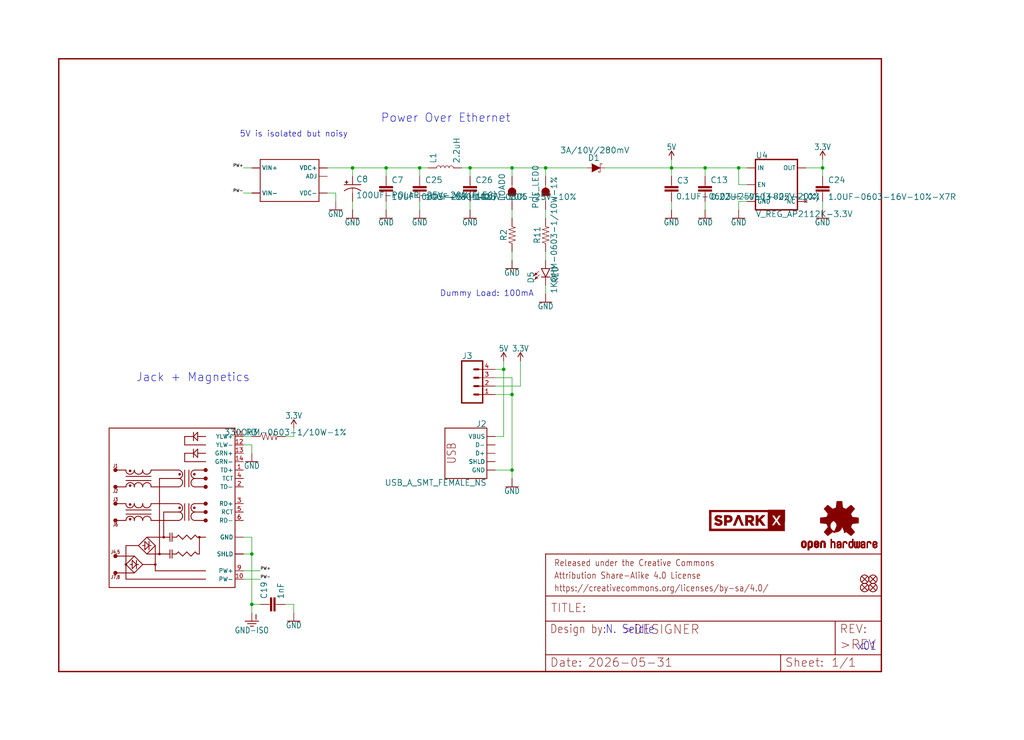
<source format=kicad_sch>
(kicad_sch (version 20230121) (generator eeschema)
  (paper "User" 309.855 223.926)
  (lib_symbols
    (symbol "working-eagle-import:0.1UF-0603-25V-(+80/-20%)"
      (property "Reference" "C" (at 1.524 2.921 0))
      (symbol "0.1UF-0603-25V-(+80/-20%)_1_0"
        (pin passive line (at 0 5.08 270) (length 2.54) (name "1") (number "1"))
        (pin passive line (at 0 -2.54 90) (length 2.54) (name "2") (number "2"))
      )
    )
    (symbol "working-eagle-import:0.22UF-0603-25V-10%"
      (property "Reference" "C" (at 1.524 2.921 0))
      (symbol "0.22UF-0603-25V-10%_1_0"
        (pin passive line (at 0 5.08 270) (length 2.54) (name "1") (number "1"))
        (pin passive line (at 0 -2.54 90) (length 2.54) (name "2") (number "2"))
      )
    )
    (symbol "working-eagle-import:1.0NF/1000PF-1206-2KV-10%"
      (property "Reference" "C" (at 1.524 2.921 0))
      (symbol "1.0NF/1000PF-1206-2KV-10%_1_0"
        (pin passive line (at 0 5.08 270) (length 2.54) (name "1") (number "1"))
        (pin passive line (at 0 -2.54 90) (length 2.54) (name "2") (number "2"))
      )
    )
    (symbol "working-eagle-import:1.0UF-0603-16V-10%-X7R"
      (property "Reference" "C" (at 1.524 2.921 0))
      (symbol "1.0UF-0603-16V-10%-X7R_1_0"
        (pin passive line (at 0 5.08 270) (length 2.54) (name "1") (number "1"))
        (pin passive line (at 0 -2.54 90) (length 2.54) (name "2") (number "2"))
      )
    )
    (symbol "working-eagle-import:100UF-POLAR-25V-20%(ELEC)"
      (property "Reference" "C" (at 1.016 0.635 0))
      (symbol "100UF-POLAR-25V-20%(ELEC)_1_0"
        (pin passive line (at 0 2.54 270) (length 2.54) (name "+") (number "+"))
        (pin passive line (at 0 -5.08 90) (length 2.54) (name "-") (number "-"))
      )
    )
    (symbol "working-eagle-import:10UF-0805-25V-10%"
      (property "Reference" "C" (at 1.524 2.921 0))
      (symbol "10UF-0805-25V-10%_1_0"
        (pin passive line (at 0 5.08 270) (length 2.54) (name "1") (number "1"))
        (pin passive line (at 0 -2.54 90) (length 2.54) (name "2") (number "2"))
      )
    )
    (symbol "working-eagle-import:1KOHM-0603-1/10W-1%"
      (property "Reference" "R" (at 0 1.524 0))
      (symbol "1KOHM-0603-1/10W-1%_1_0"
        (pin passive line (at -5.08 0 0) (length 2.54) (name "1") (number "1"))
        (pin passive line (at 5.08 0 180) (length 2.54) (name "2") (number "2"))
      )
    )
    (symbol "working-eagle-import:3.3V" (power)
      (property "Value" "3.3V" (at 0 2.794 0))
      (symbol "3.3V_1_0"
        (pin power_in line (at 0 0 90) (length 2.54) (name "3.3V") (number "1"))
      )
    )
    (symbol "working-eagle-import:330OHM-0603-1/10W-1%"
      (property "Reference" "R" (at 0 1.524 0))
      (symbol "330OHM-0603-1/10W-1%_1_0"
        (pin passive line (at -5.08 0 0) (length 2.54) (name "1") (number "1"))
        (pin passive line (at 5.08 0 180) (length 2.54) (name "2") (number "2"))
      )
    )
    (symbol "working-eagle-import:49.9OHM-1206-1/2W-1%"
      (property "Reference" "R" (at 0 1.524 0))
      (symbol "49.9OHM-1206-1/2W-1%_1_0"
        (pin passive line (at -5.08 0 0) (length 2.54) (name "1") (number "1"))
        (pin passive line (at 5.08 0 180) (length 2.54) (name "2") (number "2"))
      )
    )
    (symbol "working-eagle-import:5V" (power)
      (property "Value" "5V" (at 0 2.794 0))
      (symbol "5V_1_0"
        (pin power_in line (at 0 0 90) (length 2.54) (name "5V") (number "1"))
      )
    )
    (symbol "working-eagle-import:CONN_041X04_NO_SILK"
      (property "Reference" "J" (at -5.08 8.128 0))
      (symbol "CONN_041X04_NO_SILK_1_0"
        (pin passive line (at 5.08 -2.54 180) (length 5.08) (name "1") (number "1"))
        (pin passive line (at 5.08 0 180) (length 5.08) (name "2") (number "2"))
        (pin passive line (at 5.08 2.54 180) (length 5.08) (name "3") (number "3"))
        (pin passive line (at 5.08 5.08 180) (length 5.08) (name "4") (number "4"))
      )
    )
    (symbol "working-eagle-import:DIODE-SCHOTTKY-BAT60A"
      (property "Reference" "D" (at -2.54 2.032 0))
      (symbol "DIODE-SCHOTTKY-BAT60A_1_0"
        (pin passive line (at -2.54 0 0) (length 0) (name "A") (number "A"))
        (pin passive line (at 2.54 0 180) (length 0) (name "C") (number "C"))
      )
    )
    (symbol "working-eagle-import:FIDUCIALUFIDUCIAL")
    (symbol "working-eagle-import:FRAME-LETTER"
      (symbol "FRAME-LETTER_2_0"
        (text "${#}/${##}" (at 86.36 1.27 0) (effects (font (size 2.54 2.54)) (justify left bottom)))
        (text "${CURRENT_DATE}" (at 12.7 1.27 0) (effects (font (size 2.54 2.54)) (justify left bottom)))
        (text "${PROJECTNAME}" (at 15.494 17.78 0) (effects (font (size 2.7432 2.7432)) (justify left bottom)))
        (text ">DESIGNER" (at 23.114 11.176 0) (effects (font (size 2.7432 2.7432)) (justify left bottom)))
        (text ">REV" (at 88.9 6.604 0) (effects (font (size 2.7432 2.7432)) (justify left bottom)))
        (text "Attribution Share-Alike 4.0 License" (at 2.54 27.94 0) (effects (font (size 1.9304 1.6408)) (justify left bottom)))
        (text "Date:" (at 1.27 1.27 0) (effects (font (size 2.54 2.54)) (justify left bottom)))
        (text "Design by:" (at 1.27 11.43 0) (effects (font (size 2.54 2.159)) (justify left bottom)))
        (text "https://creativecommons.org/licenses/by-sa/4.0/" (at 2.54 24.13 0) (effects (font (size 1.9304 1.6408)) (justify left bottom)))
        (text "Released under the Creative Commons" (at 2.54 31.75 0) (effects (font (size 1.9304 1.6408)) (justify left bottom)))
        (text "REV:" (at 88.9 11.43 0) (effects (font (size 2.54 2.54)) (justify left bottom)))
        (text "Sheet:" (at 72.39 1.27 0) (effects (font (size 2.54 2.54)) (justify left bottom)))
        (text "TITLE:" (at 1.524 17.78 0) (effects (font (size 2.54 2.54)) (justify left bottom)))
      )
    )
    (symbol "working-eagle-import:GND" (power)
      (property "Value" "GND" (at 0 -0.254 0))
      (symbol "GND_1_0"
        (pin power_in line (at 0 2.54 270) (length 2.54) (name "GND") (number "1"))
      )
    )
    (symbol "working-eagle-import:GND-ISO" (power)
      (property "Value" "GND-ISO" (at 0 -1.778 0))
      (symbol "GND-ISO_1_0"
        (pin power_in line (at 0 2.54 270) (length 2.54) (name "GND-ISO") (number "1"))
      )
    )
    (symbol "working-eagle-import:INDUCTOR-0805_WIDE-2.2UH"
      (property "Reference" "L" (at 1.27 2.54 0))
      (symbol "INDUCTOR-0805_WIDE-2.2UH_1_0"
        (pin passive line (at 0 5.08 270) (length 2.54) (name "1") (number "1"))
        (pin passive line (at 0 -5.08 90) (length 2.54) (name "2") (number "2"))
      )
    )
    (symbol "working-eagle-import:JUMPER-SMT_2_NC_TRACE_SILK"
      (property "Reference" "JP" (at 0 3.048 0))
      (symbol "JUMPER-SMT_2_NC_TRACE_SILK_1_0"
        (pin passive line (at -5.08 0 0) (length 2.54) (name "1") (number "1"))
        (pin passive line (at 5.08 0 180) (length 2.54) (name "2") (number "2"))
      )
    )
    (symbol "working-eagle-import:LED-RED0603"
      (property "Reference" "D" (at -3.429 -4.572 90))
      (symbol "LED-RED0603_1_0"
        (pin passive line (at 0 2.54 270) (length 2.54) (name "A") (number "A"))
        (pin passive line (at 0 -5.08 90) (length 2.54) (name "C") (number "C"))
      )
    )
    (symbol "working-eagle-import:MAGJACK-POE"
      (symbol "MAGJACK-POE_1_0"
        (text "J1" (at -15.875 16.51 0) (effects (font (size 1.016 0.8636) (thickness 0.1727) bold)))
        (text "J2" (at -15.875 8.89 0) (effects (font (size 1.016 0.8636) (thickness 0.1727) bold)))
        (text "J3" (at -15.875 6.35 0) (effects (font (size 1.016 0.8636) (thickness 0.1727) bold)))
        (text "J4,5" (at -15.875 -9.525 0) (effects (font (size 1.016 0.8636) (thickness 0.1727) bold)))
        (text "J6" (at -15.875 -1.27 0) (effects (font (size 1.016 0.8636) (thickness 0.1727) bold)))
        (text "J7,8" (at -15.875 -17.145 0) (effects (font (size 1.016 0.8636) (thickness 0.1727) bold)))
        (pin bidirectional line (at 22.86 15.24 180) (length 2.54) (name "TD+") (number "1"))
        (pin bidirectional line (at 22.86 -17.78 180) (length 2.54) (name "PW-") (number "10"))
        (pin bidirectional line (at 22.86 25.4 180) (length 2.54) (name "YLW+") (number "11"))
        (pin bidirectional line (at 22.86 22.86 180) (length 2.54) (name "YLW-") (number "12"))
        (pin bidirectional line (at 22.86 20.32 180) (length 2.54) (name "GRN+") (number "13"))
        (pin bidirectional line (at 22.86 17.78 180) (length 2.54) (name "GRN-") (number "14"))
        (pin bidirectional line (at 22.86 10.16 180) (length 2.54) (name "TD-") (number "2"))
        (pin bidirectional line (at 22.86 5.08 180) (length 2.54) (name "RD+") (number "3"))
        (pin bidirectional line (at 22.86 12.7 180) (length 2.54) (name "TCT") (number "4"))
        (pin bidirectional line (at 22.86 2.54 180) (length 2.54) (name "RCT") (number "5"))
        (pin bidirectional line (at 22.86 0 180) (length 2.54) (name "RD-") (number "6"))
        (pin bidirectional line (at 22.86 -5.08 180) (length 2.54) (name "GND") (number "7"))
        (pin bidirectional line (at 22.86 -5.08 180) (length 2.54) (name "GND") (number "8"))
        (pin bidirectional line (at 22.86 -15.24 180) (length 2.54) (name "PW+") (number "9"))
        (pin bidirectional line (at 22.86 -10.16 180) (length 2.54) (name "SHLD") (number "S1"))
        (pin bidirectional line (at 22.86 -10.16 180) (length 2.54) (name "SHLD") (number "S2"))
      )
    )
    (symbol "working-eagle-import:OSHW-LOGOMINI")
    (symbol "working-eagle-import:POE_PSU-DP990X"
      (symbol "POE_PSU-DP990X_1_0"
        (pin bidirectional line (at 12.7 2.54 180) (length 2.54) (name "VDC+") (number "1"))
        (pin bidirectional line (at 12.7 2.54 180) (length 2.54) (name "VDC+") (number "2"))
        (pin bidirectional line (at 12.7 -5.08 180) (length 2.54) (name "VDC-") (number "3"))
        (pin bidirectional line (at 12.7 0 180) (length 2.54) (name "ADJ") (number "4"))
        (pin bidirectional line (at -10.16 2.54 0) (length 2.54) (name "VIN+") (number "5"))
        (pin bidirectional line (at -10.16 2.54 0) (length 2.54) (name "VIN+") (number "6"))
        (pin bidirectional line (at -10.16 -5.08 0) (length 2.54) (name "VIN-") (number "7"))
        (pin bidirectional line (at -10.16 -5.08 0) (length 2.54) (name "VIN-") (number "8"))
      )
    )
    (symbol "working-eagle-import:SPARKX-LOGO4")
    (symbol "working-eagle-import:USB_A_SMT_FEMALE_NS"
      (property "Reference" "J" (at -5.08 7.874 0))
      (symbol "USB_A_SMT_FEMALE_NS_1_0"
        (text "USB" (at 7.112 -3.302 900) (effects (font (size 2.54 2.159)) (justify left bottom)))
        (pin bidirectional line (at -7.62 0 0) (length 2.54) (name "D+") (number "D+"))
        (pin bidirectional line (at -7.62 2.54 0) (length 2.54) (name "D-") (number "D-"))
        (pin power_in line (at -7.62 -5.08 0) (length 2.54) (name "GND") (number "GND"))
        (pin bidirectional line (at -7.62 -2.54 0) (length 2.54) (name "SHLD") (number "SHLD1"))
        (pin bidirectional line (at -7.62 -2.54 0) (length 2.54) (name "SHLD") (number "SHLD2"))
        (pin power_in line (at -7.62 5.08 0) (length 2.54) (name "VBUS") (number "VBUS"))
      )
    )
    (symbol "working-eagle-import:V_REG_AP2112K-3.3V"
      (property "Reference" "U" (at -7.62 7.874 0))
      (symbol "V_REG_AP2112K-3.3V_1_0"
        (pin input line (at -10.16 5.08 0) (length 2.54) (name "IN") (number "1"))
        (pin input line (at -10.16 -5.08 0) (length 2.54) (name "GND") (number "2"))
        (pin input line (at -10.16 0 0) (length 2.54) (name "EN") (number "3"))
        (pin no_connect line (at 7.62 -5.08 180) (length 2.54) (name "NC") (number "4"))
        (pin passive line (at 7.62 5.08 180) (length 2.54) (name "OUT") (number "5"))
      )
    )
  )
  (junction (at 76.2 167.64))
  (junction (at 127 50.8))
  (junction (at 165.1 50.8))
  (junction (at 154.94 50.8))
  (junction (at 106.68 50.8))
  (junction (at 203.2 50.8))
  (junction (at 154.94 119.38))
  (junction (at 154.94 142.24))
  (junction (at 76.2 182.88))
  (junction (at 116.84 50.8))
  (junction (at 223.52 50.8))
  (junction (at 248.92 50.8))
  (junction (at 152.4 111.76))
  (junction (at 142.24 50.8))
  (junction (at 213.36 50.8))
  (wire (pts (xy 86.36 182.88) (xy 88.9 182.88)) (stroke (width 0.1524)))
  (wire (pts (xy 203.2 50.8) (xy 203.2 48.26)) (stroke (width 0.1524)))
  (wire (pts (xy 226.06 55.88) (xy 223.52 55.88)) (stroke (width 0.1524)))
  (wire (pts (xy 78.74 182.88) (xy 76.2 182.88)) (stroke (width 0.1524)))
  (wire (pts (xy 116.84 63.5) (xy 116.84 60.96)) (stroke (width 0.1524)))
  (wire (pts (xy 127 50.8) (xy 129.54 50.8)) (stroke (width 0.1524)))
  (wire (pts (xy 213.36 53.34) (xy 213.36 50.8)) (stroke (width 0.1524)))
  (wire (pts (xy 142.24 63.5) (xy 142.24 60.96)) (stroke (width 0.1524)))
  (wire (pts (xy 182.88 50.8) (xy 203.2 50.8)) (stroke (width 0.1524)))
  (wire (pts (xy 226.06 60.96) (xy 223.52 60.96)) (stroke (width 0.1524)))
  (wire (pts (xy 106.68 50.8) (xy 116.84 50.8)) (stroke (width 0.1524)))
  (wire (pts (xy 76.2 182.88) (xy 76.2 185.42)) (stroke (width 0.1524)))
  (wire (pts (xy 76.2 50.8) (xy 73.66 50.8)) (stroke (width 0.1524)))
  (wire (pts (xy 139.7 50.8) (xy 142.24 50.8)) (stroke (width 0.1524)))
  (wire (pts (xy 223.52 55.88) (xy 223.52 50.8)) (stroke (width 0.1524)))
  (wire (pts (xy 152.4 132.08) (xy 152.4 111.76)) (stroke (width 0.1524)))
  (wire (pts (xy 76.2 132.08) (xy 73.66 132.08)) (stroke (width 0.1524)))
  (wire (pts (xy 248.92 63.5) (xy 248.92 60.96)) (stroke (width 0.1524)))
  (wire (pts (xy 248.92 50.8) (xy 248.92 53.34)) (stroke (width 0.1524)))
  (wire (pts (xy 76.2 167.64) (xy 76.2 182.88)) (stroke (width 0.1524)))
  (wire (pts (xy 213.36 50.8) (xy 223.52 50.8)) (stroke (width 0.1524)))
  (wire (pts (xy 73.66 134.62) (xy 76.2 134.62)) (stroke (width 0.1524)))
  (wire (pts (xy 76.2 162.56) (xy 76.2 167.64)) (stroke (width 0.1524)))
  (wire (pts (xy 149.86 119.38) (xy 154.94 119.38)) (stroke (width 0.1524)))
  (wire (pts (xy 154.94 53.34) (xy 154.94 50.8)) (stroke (width 0.1524)))
  (wire (pts (xy 154.94 142.24) (xy 154.94 144.78)) (stroke (width 0.1524)))
  (wire (pts (xy 76.2 134.62) (xy 76.2 137.16)) (stroke (width 0.1524)))
  (wire (pts (xy 106.68 53.34) (xy 106.68 50.8)) (stroke (width 0.1524)))
  (wire (pts (xy 165.1 78.74) (xy 165.1 76.2)) (stroke (width 0.1524)))
  (wire (pts (xy 152.4 111.76) (xy 152.4 109.22)) (stroke (width 0.1524)))
  (wire (pts (xy 154.94 50.8) (xy 165.1 50.8)) (stroke (width 0.1524)))
  (wire (pts (xy 127 53.34) (xy 127 50.8)) (stroke (width 0.1524)))
  (wire (pts (xy 203.2 53.34) (xy 203.2 50.8)) (stroke (width 0.1524)))
  (wire (pts (xy 154.94 66.04) (xy 154.94 63.5)) (stroke (width 0.1524)))
  (wire (pts (xy 73.66 167.64) (xy 76.2 167.64)) (stroke (width 0.1524)))
  (wire (pts (xy 248.92 48.26) (xy 248.92 50.8)) (stroke (width 0.1524)))
  (wire (pts (xy 86.36 132.08) (xy 88.9 132.08)) (stroke (width 0.1524)))
  (wire (pts (xy 154.94 78.74) (xy 154.94 76.2)) (stroke (width 0.1524)))
  (wire (pts (xy 106.68 63.5) (xy 106.68 60.96)) (stroke (width 0.1524)))
  (wire (pts (xy 157.48 116.84) (xy 157.48 109.22)) (stroke (width 0.1524)))
  (wire (pts (xy 99.06 50.8) (xy 106.68 50.8)) (stroke (width 0.1524)))
  (wire (pts (xy 223.52 50.8) (xy 226.06 50.8)) (stroke (width 0.1524)))
  (wire (pts (xy 149.86 142.24) (xy 154.94 142.24)) (stroke (width 0.1524)))
  (wire (pts (xy 101.6 58.42) (xy 101.6 60.96)) (stroke (width 0.1524)))
  (wire (pts (xy 116.84 50.8) (xy 127 50.8)) (stroke (width 0.1524)))
  (wire (pts (xy 73.66 175.26) (xy 78.74 175.26)) (stroke (width 0.1524)))
  (wire (pts (xy 165.1 88.9) (xy 165.1 86.36)) (stroke (width 0.1524)))
  (wire (pts (xy 243.84 50.8) (xy 248.92 50.8)) (stroke (width 0.1524)))
  (wire (pts (xy 223.52 60.96) (xy 223.52 63.5)) (stroke (width 0.1524)))
  (wire (pts (xy 203.2 50.8) (xy 213.36 50.8)) (stroke (width 0.1524)))
  (wire (pts (xy 116.84 53.34) (xy 116.84 50.8)) (stroke (width 0.1524)))
  (wire (pts (xy 165.1 66.04) (xy 165.1 63.5)) (stroke (width 0.1524)))
  (wire (pts (xy 142.24 53.34) (xy 142.24 50.8)) (stroke (width 0.1524)))
  (wire (pts (xy 73.66 172.72) (xy 78.74 172.72)) (stroke (width 0.1524)))
  (wire (pts (xy 149.86 132.08) (xy 152.4 132.08)) (stroke (width 0.1524)))
  (wire (pts (xy 149.86 116.84) (xy 157.48 116.84)) (stroke (width 0.1524)))
  (wire (pts (xy 165.1 53.34) (xy 165.1 50.8)) (stroke (width 0.1524)))
  (wire (pts (xy 154.94 114.3) (xy 154.94 119.38)) (stroke (width 0.1524)))
  (wire (pts (xy 73.66 162.56) (xy 76.2 162.56)) (stroke (width 0.1524)))
  (wire (pts (xy 213.36 63.5) (xy 213.36 60.96)) (stroke (width 0.1524)))
  (wire (pts (xy 149.86 111.76) (xy 152.4 111.76)) (stroke (width 0.1524)))
  (wire (pts (xy 149.86 114.3) (xy 154.94 114.3)) (stroke (width 0.1524)))
  (wire (pts (xy 165.1 50.8) (xy 177.8 50.8)) (stroke (width 0.1524)))
  (wire (pts (xy 88.9 132.08) (xy 88.9 129.54)) (stroke (width 0.1524)))
  (wire (pts (xy 142.24 50.8) (xy 154.94 50.8)) (stroke (width 0.1524)))
  (wire (pts (xy 154.94 119.38) (xy 154.94 142.24)) (stroke (width 0.1524)))
  (wire (pts (xy 203.2 63.5) (xy 203.2 60.96)) (stroke (width 0.1524)))
  (wire (pts (xy 99.06 58.42) (xy 101.6 58.42)) (stroke (width 0.1524)))
  (wire (pts (xy 88.9 182.88) (xy 88.9 185.42)) (stroke (width 0.1524)))
  (wire (pts (xy 76.2 58.42) (xy 73.66 58.42)) (stroke (width 0.1524)))
  (wire (pts (xy 127 63.5) (xy 127 60.96)) (stroke (width 0.1524)))
  (text "5V is isolated but noisy" (at 88.9 40.64 0) (effects (font (size 1.778 1.778))))
  (text "Jack + Magnetics" (at 58.42 114.3 0) (effects (font (size 2.54 2.54))))
  (text "Power Over Ethernet" (at 134.874 35.814 0) (effects (font (size 2.54 2.54))))
  (text "N. Seidle" (at 183.134 192.024 0) (effects (font (size 2.54 2.159)) (justify left bottom)))
  (text "x01" (at 259.334 197.104 0) (effects (font (size 2.54 2.159)) (justify left bottom)))
  (text "Dummy Load: 100mA" (at 147.32 88.9 0) (effects (font (size 1.778 1.778))))
  (label "PW+" (at 78.74 172.72 0) (effects (font (size 0.889 0.889))))
  (label "PW+" (at 73.66 50.8 180) (effects (font (size 0.889 0.889))))
  (label "PW-" (at 78.74 175.26 0) (effects (font (size 0.889 0.889))))
  (label "PW-" (at 73.66 58.42 180) (effects (font (size 0.889 0.889))))
  (symbol (lib_id "working-eagle-import:GND") (at 154.94 147.32 0) (unit 1)
    (property "Reference" "#GND2" (effects hide))
    (property "Value" "GND" (at 154.94 147.574 0) (effects (font (size 1.778 1.5113)) (justify top)))
  )
  (symbol (lib_id "working-eagle-import:FRAME-LETTER") (at 165.1 203.2 0) (unit 2)
    (property "Reference" "FRAME1" (effects hide))
    (property "Value" "FRAME-LETTER" (effects hide))
    (property "Footprint" "working:CREATIVE_COMMONS" (effects hide))
  )
  (symbol (lib_id "working-eagle-import:JUMPER-SMT_2_NC_TRACE_SILK") (at 154.94 58.42 90) (unit 1)
    (property "Reference" "LOAD0" (at 152.908 60.96 0) (effects (font (size 1.778 1.778)) (justify left bottom)))
    (property "Value" "JUMPER-SMT_2_NC_TRACE_SILK" (effects hide))
    (property "Footprint" "working:SMT-JUMPER_2_NC_TRACE_SILK" (effects hide))
  )
  (symbol (lib_id "working-eagle-import:INDUCTOR-0805_WIDE-2.2UH") (at 134.62 50.8 90) (unit 1)
    (property "Reference" "L1" (at 132.08 49.53 0) (effects (font (size 1.778 1.778)) (justify left bottom)))
    (property "Value" "2.2uH" (at 137.16 49.53 0) (effects (font (size 1.778 1.778)) (justify left top)))
    (property "Footprint" "working:0805-WIDE" (effects hide))
  )
  (symbol (lib_id "working-eagle-import:GND") (at 101.6 63.5 0) (unit 1)
    (property "Reference" "#GND12" (effects hide))
    (property "Value" "GND" (at 101.6 63.754 0) (effects (font (size 1.778 1.5113)) (justify top)))
  )
  (symbol (lib_id "working-eagle-import:FIDUCIALUFIDUCIAL") (at 261.62 177.8 0) (unit 1)
    (property "Reference" "FD4" (effects hide))
    (property "Value" "FIDUCIALUFIDUCIAL" (effects hide))
    (property "Footprint" "working:FIDUCIAL-MICRO" (effects hide))
  )
  (symbol (lib_id "working-eagle-import:GND") (at 154.94 81.28 0) (unit 1)
    (property "Reference" "#GND31" (effects hide))
    (property "Value" "GND" (at 154.94 81.534 0) (effects (font (size 1.778 1.5113)) (justify top)))
  )
  (symbol (lib_id "working-eagle-import:MAGJACK-POE") (at 50.8 157.48 0) (unit 1)
    (property "Reference" "J1" (effects hide))
    (property "Value" "MAGJACK-POE" (effects hide))
    (property "Footprint" "working:MAGJACK-SYM_LED" (effects hide))
  )
  (symbol (lib_id "working-eagle-import:GND") (at 203.2 66.04 0) (unit 1)
    (property "Reference" "#GND4" (effects hide))
    (property "Value" "GND" (at 203.2 66.294 0) (effects (font (size 1.778 1.5113)) (justify top)))
  )
  (symbol (lib_id "working-eagle-import:GND-ISO") (at 76.2 187.96 0) (unit 1)
    (property "Reference" "#GND-ISO1" (effects hide))
    (property "Value" "GND-ISO" (at 76.2 189.738 0) (effects (font (size 1.778 1.5113)) (justify top)))
  )
  (symbol (lib_id "working-eagle-import:GND") (at 142.24 66.04 0) (unit 1)
    (property "Reference" "#GND30" (effects hide))
    (property "Value" "GND" (at 142.24 66.294 0) (effects (font (size 1.778 1.5113)) (justify top)))
  )
  (symbol (lib_id "working-eagle-import:3.3V") (at 88.9 129.54 0) (unit 1)
    (property "Reference" "#SUPPLY17" (effects hide))
    (property "Value" "3.3V" (at 88.9 126.746 0) (effects (font (size 1.778 1.5113)) (justify bottom)))
  )
  (symbol (lib_id "working-eagle-import:LED-RED0603") (at 165.1 81.28 0) (unit 1)
    (property "Reference" "D5" (at 161.671 85.852 90) (effects (font (size 1.778 1.778)) (justify left bottom)))
    (property "Value" "RED" (at 167.005 85.852 90) (effects (font (size 1.778 1.778)) (justify left top)))
    (property "Footprint" "working:LED-0603" (effects hide))
  )
  (symbol (lib_id "working-eagle-import:10UF-0805-25V-10%") (at 142.24 58.42 0) (unit 1)
    (property "Reference" "C26" (at 143.764 55.499 0) (effects (font (size 1.778 1.778)) (justify left bottom)))
    (property "Value" "10UF-0805-25V-10%" (at 143.764 60.579 0) (effects (font (size 1.778 1.778)) (justify left bottom)))
    (property "Footprint" "working:0805" (effects hide))
  )
  (symbol (lib_id "working-eagle-import:330OHM-0603-1/10W-1%") (at 81.28 132.08 0) (unit 1)
    (property "Reference" "R3" (at 76.2 131.826 0) (effects (font (size 1.778 1.778)) (justify bottom)))
    (property "Value" "330OHM-0603-1/10W-1%" (at 86.36 131.826 0) (effects (font (size 1.778 1.778)) (justify bottom)))
    (property "Footprint" "working:0603" (effects hide))
  )
  (symbol (lib_id "working-eagle-import:V_REG_AP2112K-3.3V") (at 236.22 55.88 0) (unit 1)
    (property "Reference" "U4" (at 228.6 48.006 0) (effects (font (size 1.778 1.778)) (justify left bottom)))
    (property "Value" "V_REG_AP2112K-3.3V" (at 228.6 63.754 0) (effects (font (size 1.778 1.778)) (justify left top)))
    (property "Footprint" "working:SOT23-5" (effects hide))
  )
  (symbol (lib_id "working-eagle-import:FRAME-LETTER") (at 17.78 203.2 0) (unit 1)
    (property "Reference" "FRAME1" (effects hide))
    (property "Value" "FRAME-LETTER" (effects hide))
    (property "Footprint" "working:CREATIVE_COMMONS" (effects hide))
  )
  (symbol (lib_id "working-eagle-import:POE_PSU-DP990X") (at 86.36 53.34 0) (unit 1)
    (property "Reference" "U1" (effects hide))
    (property "Value" "POE_PSU-DP990X" (effects hide))
    (property "Footprint" "working:DP990X" (effects hide))
  )
  (symbol (lib_id "working-eagle-import:GND") (at 116.84 66.04 0) (unit 1)
    (property "Reference" "#GND6" (effects hide))
    (property "Value" "GND" (at 116.84 66.294 0) (effects (font (size 1.778 1.5113)) (justify top)))
  )
  (symbol (lib_id "working-eagle-import:GND") (at 127 66.04 0) (unit 1)
    (property "Reference" "#GND29" (effects hide))
    (property "Value" "GND" (at 127 66.294 0) (effects (font (size 1.778 1.5113)) (justify top)))
  )
  (symbol (lib_id "working-eagle-import:100UF-POLAR-25V-20%(ELEC)") (at 106.68 55.88 0) (unit 1)
    (property "Reference" "C8" (at 107.696 55.245 0) (effects (font (size 1.778 1.778)) (justify left bottom)))
    (property "Value" "100UF-POLAR-25V-20%(ELEC)" (at 107.696 60.071 0) (effects (font (size 1.778 1.778)) (justify left bottom)))
    (property "Footprint" "working:PANASONIC_D" (effects hide))
  )
  (symbol (lib_id "working-eagle-import:GND") (at 165.1 91.44 0) (unit 1)
    (property "Reference" "#GND27" (effects hide))
    (property "Value" "GND" (at 165.1 91.694 0) (effects (font (size 1.778 1.5113)) (justify top)))
  )
  (symbol (lib_id "working-eagle-import:CONN_041X04_NO_SILK") (at 144.78 116.84 0) (unit 1)
    (property "Reference" "J3" (at 139.7 108.712 0) (effects (font (size 1.778 1.778)) (justify left bottom)))
    (property "Value" "CONN_041X04_NO_SILK" (effects hide))
    (property "Footprint" "working:1X04_NO_SILK" (effects hide))
  )
  (symbol (lib_id "working-eagle-import:GND") (at 88.9 187.96 0) (unit 1)
    (property "Reference" "#GND25" (effects hide))
    (property "Value" "GND" (at 88.9 188.214 0) (effects (font (size 1.778 1.5113)) (justify top)))
  )
  (symbol (lib_id "working-eagle-import:SPARKX-LOGO4") (at 226.06 157.48 0) (unit 1)
    (property "Reference" "U$7" (effects hide))
    (property "Value" "SPARKX-LOGO4" (effects hide))
    (property "Footprint" "working:SPARKX-MEDIUM" (effects hide))
  )
  (symbol (lib_id "working-eagle-import:5V") (at 152.4 109.22 0) (unit 1)
    (property "Reference" "#SUPPLY1" (effects hide))
    (property "Value" "5V" (at 152.4 106.426 0) (effects (font (size 1.778 1.5113)) (justify bottom)))
  )
  (symbol (lib_id "working-eagle-import:5V") (at 203.2 48.26 0) (unit 1)
    (property "Reference" "#SUPPLY3" (effects hide))
    (property "Value" "5V" (at 203.2 45.466 0) (effects (font (size 1.778 1.5113)) (justify bottom)))
  )
  (symbol (lib_id "working-eagle-import:FIDUCIALUFIDUCIAL") (at 264.16 177.8 0) (unit 1)
    (property "Reference" "FD3" (effects hide))
    (property "Value" "FIDUCIALUFIDUCIAL" (effects hide))
    (property "Footprint" "working:FIDUCIAL-MICRO" (effects hide))
  )
  (symbol (lib_id "working-eagle-import:1.0NF/1000PF-1206-2KV-10%") (at 83.82 182.88 90) (unit 1)
    (property "Reference" "C19" (at 80.899 181.356 0) (effects (font (size 1.778 1.778)) (justify left bottom)))
    (property "Value" "1nF" (at 85.979 181.356 0) (effects (font (size 1.778 1.778)) (justify left bottom)))
    (property "Footprint" "working:1206" (effects hide))
  )
  (symbol (lib_id "working-eagle-import:GND") (at 76.2 139.7 0) (unit 1)
    (property "Reference" "#GND1" (effects hide))
    (property "Value" "GND" (at 76.2 139.954 0) (effects (font (size 1.778 1.5113)) (justify top)))
  )
  (symbol (lib_id "working-eagle-import:USB_A_SMT_FEMALE_NS") (at 142.24 137.16 0) (mirror y) (unit 1)
    (property "Reference" "J2" (at 147.32 129.286 0) (effects (font (size 1.778 1.778)) (justify left bottom)))
    (property "Value" "USB_A_SMT_FEMALE_NS" (at 147.32 147.066 0) (effects (font (size 1.778 1.778)) (justify left bottom)))
    (property "Footprint" "working:USB-A-S-NOSILK-FEMALE" (effects hide))
  )
  (symbol (lib_id "working-eagle-import:1.0UF-0603-16V-10%-X7R") (at 248.92 58.42 0) (unit 1)
    (property "Reference" "C24" (at 250.444 55.499 0) (effects (font (size 1.778 1.778)) (justify left bottom)))
    (property "Value" "1.0UF-0603-16V-10%-X7R" (at 250.444 60.579 0) (effects (font (size 1.778 1.778)) (justify left bottom)))
    (property "Footprint" "working:0603" (effects hide))
  )
  (symbol (lib_id "working-eagle-import:GND") (at 213.36 66.04 0) (unit 1)
    (property "Reference" "#GND22" (effects hide))
    (property "Value" "GND" (at 213.36 66.294 0) (effects (font (size 1.778 1.5113)) (justify top)))
  )
  (symbol (lib_id "working-eagle-import:1KOHM-0603-1/10W-1%") (at 165.1 71.12 90) (unit 1)
    (property "Reference" "R11" (at 163.576 71.12 0) (effects (font (size 1.778 1.778)) (justify bottom)))
    (property "Value" "1KOHM-0603-1/10W-1%" (at 166.624 71.12 0) (effects (font (size 1.778 1.778)) (justify top)))
    (property "Footprint" "working:0603" (effects hide))
  )
  (symbol (lib_id "working-eagle-import:DIODE-SCHOTTKY-BAT60A") (at 180.34 50.8 0) (unit 1)
    (property "Reference" "D1" (at 177.8 48.768 0) (effects (font (size 1.778 1.778)) (justify left bottom)))
    (property "Value" "3A/10V/280mV" (at 169.418 44.45 0) (effects (font (size 1.778 1.778)) (justify left top)))
    (property "Footprint" "working:SOD-323" (effects hide))
  )
  (symbol (lib_id "working-eagle-import:OSHW-LOGOMINI") (at 254 157.48 0) (unit 1)
    (property "Reference" "LOGO3" (effects hide))
    (property "Value" "OSHW-LOGOMINI" (effects hide))
    (property "Footprint" "working:OSHW-LOGO-MINI" (effects hide))
  )
  (symbol (lib_id "working-eagle-import:10UF-0805-25V-10%") (at 116.84 58.42 0) (unit 1)
    (property "Reference" "C7" (at 118.364 55.499 0) (effects (font (size 1.778 1.778)) (justify left bottom)))
    (property "Value" "10UF-0805-25V-10%" (at 118.364 60.579 0) (effects (font (size 1.778 1.778)) (justify left bottom)))
    (property "Footprint" "working:0805" (effects hide))
  )
  (symbol (lib_id "working-eagle-import:FIDUCIALUFIDUCIAL") (at 264.16 175.26 0) (unit 1)
    (property "Reference" "FD2" (effects hide))
    (property "Value" "FIDUCIALUFIDUCIAL" (effects hide))
    (property "Footprint" "working:FIDUCIAL-MICRO" (effects hide))
  )
  (symbol (lib_id "working-eagle-import:10UF-0805-25V-10%") (at 127 58.42 0) (unit 1)
    (property "Reference" "C25" (at 128.524 55.499 0) (effects (font (size 1.778 1.778)) (justify left bottom)))
    (property "Value" "10UF-0805-25V-10%" (at 128.524 60.579 0) (effects (font (size 1.778 1.778)) (justify left bottom)))
    (property "Footprint" "working:0805" (effects hide))
  )
  (symbol (lib_id "working-eagle-import:0.1UF-0603-25V-(+80/-20%)") (at 203.2 58.42 0) (mirror y) (unit 1)
    (property "Reference" "C3" (at 204.724 55.626 0) (effects (font (size 1.778 1.778)) (justify right bottom)))
    (property "Value" "0.1UF-0603-25V-(+80/-20%)" (at 204.47 60.452 0) (effects (font (size 1.778 1.778)) (justify right bottom)))
    (property "Footprint" "working:0603" (effects hide))
  )
  (symbol (lib_id "working-eagle-import:49.9OHM-1206-1/2W-1%") (at 154.94 71.12 90) (unit 1)
    (property "Reference" "R2" (at 153.416 71.12 0) (effects (font (size 1.778 1.778)) (justify bottom)))
    (property "Value" "49.9OHM-1206-1/2W-1%" (effects hide))
    (property "Footprint" "working:1206" (effects hide))
  )
  (symbol (lib_id "working-eagle-import:JUMPER-SMT_2_NC_TRACE_SILK") (at 165.1 58.42 90) (unit 1)
    (property "Reference" "POE_LED0" (at 163.068 63.246 0) (effects (font (size 1.778 1.778)) (justify left bottom)))
    (property "Value" "JUMPER-SMT_2_NC_TRACE_SILK" (effects hide))
    (property "Footprint" "working:SMT-JUMPER_2_NC_TRACE_SILK" (effects hide))
  )
  (symbol (lib_id "working-eagle-import:GND") (at 106.68 66.04 0) (unit 1)
    (property "Reference" "#GND13" (effects hide))
    (property "Value" "GND" (at 106.68 66.294 0) (effects (font (size 1.778 1.5113)) (justify top)))
  )
  (symbol (lib_id "working-eagle-import:0.22UF-0603-25V-10%") (at 213.36 58.42 0) (unit 1)
    (property "Reference" "C13" (at 214.884 55.499 0) (effects (font (size 1.778 1.778)) (justify left bottom)))
    (property "Value" "0.22UF-0603-25V-10%" (at 214.884 60.579 0) (effects (font (size 1.778 1.778)) (justify left bottom)))
    (property "Footprint" "working:0603" (effects hide))
  )
  (symbol (lib_id "working-eagle-import:3.3V") (at 157.48 109.22 0) (unit 1)
    (property "Reference" "#SUPPLY2" (effects hide))
    (property "Value" "3.3V" (at 157.48 106.426 0) (effects (font (size 1.778 1.5113)) (justify bottom)))
  )
  (symbol (lib_id "working-eagle-import:GND") (at 248.92 66.04 0) (unit 1)
    (property "Reference" "#GND5" (effects hide))
    (property "Value" "GND" (at 248.92 66.294 0) (effects (font (size 1.778 1.5113)) (justify top)))
  )
  (symbol (lib_id "working-eagle-import:GND") (at 223.52 66.04 0) (unit 1)
    (property "Reference" "#GND28" (effects hide))
    (property "Value" "GND" (at 223.52 66.294 0) (effects (font (size 1.778 1.5113)) (justify top)))
  )
  (symbol (lib_id "working-eagle-import:FIDUCIALUFIDUCIAL") (at 261.62 175.26 0) (unit 1)
    (property "Reference" "FD1" (effects hide))
    (property "Value" "FIDUCIALUFIDUCIAL" (effects hide))
    (property "Footprint" "working:FIDUCIAL-MICRO" (effects hide))
  )
  (symbol (lib_id "working-eagle-import:3.3V") (at 248.92 48.26 0) (unit 1)
    (property "Reference" "#SUPPLY8" (effects hide))
    (property "Value" "3.3V" (at 248.92 45.466 0) (effects (font (size 1.778 1.5113)) (justify bottom)))
  )
)
</source>
